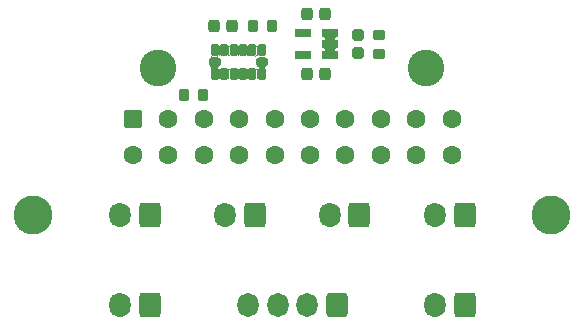
<source format=gbr>
G04 #@! TF.GenerationSoftware,KiCad,Pcbnew,(6.0.1)*
G04 #@! TF.CreationDate,2022-01-25T19:41:42+01:00*
G04 #@! TF.ProjectId,Toolhead_PCB,546f6f6c-6865-4616-945f-5043422e6b69,rev?*
G04 #@! TF.SameCoordinates,Original*
G04 #@! TF.FileFunction,Soldermask,Bot*
G04 #@! TF.FilePolarity,Negative*
%FSLAX46Y46*%
G04 Gerber Fmt 4.6, Leading zero omitted, Abs format (unit mm)*
G04 Created by KiCad (PCBNEW (6.0.1)) date 2022-01-25 19:41:42*
%MOMM*%
%LPD*%
G01*
G04 APERTURE LIST*
G04 Aperture macros list*
%AMRoundRect*
0 Rectangle with rounded corners*
0 $1 Rounding radius*
0 $2 $3 $4 $5 $6 $7 $8 $9 X,Y pos of 4 corners*
0 Add a 4 corners polygon primitive as box body*
4,1,4,$2,$3,$4,$5,$6,$7,$8,$9,$2,$3,0*
0 Add four circle primitives for the rounded corners*
1,1,$1+$1,$2,$3*
1,1,$1+$1,$4,$5*
1,1,$1+$1,$6,$7*
1,1,$1+$1,$8,$9*
0 Add four rect primitives between the rounded corners*
20,1,$1+$1,$2,$3,$4,$5,0*
20,1,$1+$1,$4,$5,$6,$7,0*
20,1,$1+$1,$6,$7,$8,$9,0*
20,1,$1+$1,$8,$9,$2,$3,0*%
G04 Aperture macros list end*
%ADD10C,3.102000*%
%ADD11RoundRect,0.301001X-0.499999X-0.499999X0.499999X-0.499999X0.499999X0.499999X-0.499999X0.499999X0*%
%ADD12C,1.602000*%
%ADD13C,3.302000*%
%ADD14RoundRect,0.301000X0.600000X0.750000X-0.600000X0.750000X-0.600000X-0.750000X0.600000X-0.750000X0*%
%ADD15O,1.802000X2.102000*%
%ADD16RoundRect,0.301000X0.600000X0.725000X-0.600000X0.725000X-0.600000X-0.725000X0.600000X-0.725000X0*%
%ADD17O,1.802000X2.052000*%
%ADD18RoundRect,0.276000X-0.225000X-0.250000X0.225000X-0.250000X0.225000X0.250000X-0.225000X0.250000X0*%
%ADD19RoundRect,0.276000X-0.250000X0.225000X-0.250000X-0.225000X0.250000X-0.225000X0.250000X0.225000X0*%
%ADD20RoundRect,0.201000X-0.150000X0.325000X-0.150000X-0.325000X0.150000X-0.325000X0.150000X0.325000X0*%
%ADD21RoundRect,0.201000X-0.325000X0.150000X-0.325000X-0.150000X0.325000X-0.150000X0.325000X0.150000X0*%
%ADD22RoundRect,0.251000X0.200000X0.275000X-0.200000X0.275000X-0.200000X-0.275000X0.200000X-0.275000X0*%
%ADD23RoundRect,0.251000X0.275000X-0.200000X0.275000X0.200000X-0.275000X0.200000X-0.275000X-0.200000X0*%
%ADD24RoundRect,0.201000X0.512500X0.150000X-0.512500X0.150000X-0.512500X-0.150000X0.512500X-0.150000X0*%
%ADD25RoundRect,0.251000X-0.200000X-0.275000X0.200000X-0.275000X0.200000X0.275000X-0.200000X0.275000X0*%
G04 APERTURE END LIST*
D10*
X88660000Y-87552000D03*
X111360000Y-87552000D03*
D11*
X86500000Y-91872000D03*
D12*
X89500000Y-91872000D03*
X92500000Y-91872000D03*
X95500000Y-91872000D03*
X98500000Y-91872000D03*
X101500000Y-91872000D03*
X104500000Y-91872000D03*
X107500000Y-91872000D03*
X110500000Y-91872000D03*
X113500000Y-91872000D03*
X86500000Y-94872000D03*
X89500000Y-94872000D03*
X92500000Y-94872000D03*
X95500000Y-94872000D03*
X98500000Y-94872000D03*
X101500000Y-94872000D03*
X104500000Y-94872000D03*
X107500000Y-94872000D03*
X110500000Y-94872000D03*
X113500000Y-94872000D03*
D13*
X78080000Y-100000000D03*
X121920000Y-100000000D03*
D14*
X96825000Y-99966000D03*
D15*
X94325000Y-99966000D03*
D14*
X114605000Y-99966000D03*
D15*
X112105000Y-99966000D03*
D14*
X105675000Y-99966000D03*
D15*
X103175000Y-99966000D03*
D14*
X87935000Y-99966000D03*
D15*
X85435000Y-99966000D03*
D14*
X87935000Y-107586000D03*
D15*
X85435000Y-107586000D03*
D16*
X103770000Y-107586000D03*
D17*
X101270000Y-107586000D03*
X98770000Y-107586000D03*
X96270000Y-107586000D03*
D14*
X114605000Y-107586000D03*
D15*
X112105000Y-107586000D03*
D18*
X101257000Y-82982000D03*
X102807000Y-82982000D03*
X101257000Y-88062000D03*
X102807000Y-88062000D03*
D19*
X105588000Y-84747000D03*
X105588000Y-86297000D03*
D20*
X93428000Y-86046000D03*
X94228000Y-86046000D03*
X95028000Y-86046000D03*
X95828000Y-86046000D03*
X96628000Y-86046000D03*
X97428000Y-86046000D03*
D21*
X97428000Y-87046000D03*
D20*
X97428000Y-88046000D03*
X96628000Y-88046000D03*
X95828000Y-88046000D03*
X95028000Y-88046000D03*
X94228000Y-88046000D03*
X93428000Y-88046000D03*
D21*
X93428000Y-87046000D03*
D22*
X98285000Y-83998000D03*
X96635000Y-83998000D03*
D23*
X107366000Y-86347000D03*
X107366000Y-84697000D03*
D18*
X93383000Y-83998000D03*
X94933000Y-83998000D03*
D24*
X103169500Y-84572000D03*
X103169500Y-85522000D03*
X103169500Y-86472000D03*
X100894500Y-86472000D03*
X100894500Y-84572000D03*
D25*
X90793000Y-89840000D03*
X92443000Y-89840000D03*
G36*
X96965084Y-87338537D02*
G01*
X97026860Y-87379815D01*
X97103199Y-87395000D01*
X97752801Y-87395000D01*
X97809885Y-87383645D01*
X97811779Y-87384288D01*
X97812169Y-87386250D01*
X97811120Y-87387420D01*
X97786765Y-87398777D01*
X97786675Y-87399800D01*
X97785846Y-87400482D01*
X97744338Y-87418844D01*
X97706202Y-87476658D01*
X97705377Y-87545944D01*
X97736925Y-87599845D01*
X97742486Y-87605406D01*
X97742885Y-87605975D01*
X97748127Y-87617217D01*
X97747952Y-87619209D01*
X97746140Y-87620054D01*
X97744651Y-87619173D01*
X97718686Y-87580314D01*
X97654140Y-87537185D01*
X97577801Y-87522000D01*
X97278199Y-87522000D01*
X97201860Y-87537185D01*
X97137314Y-87580314D01*
X97094185Y-87644860D01*
X97079000Y-87721199D01*
X97079000Y-88370801D01*
X97094185Y-88447140D01*
X97123431Y-88490909D01*
X97123562Y-88492905D01*
X97121899Y-88494016D01*
X97120354Y-88493434D01*
X97115177Y-88488257D01*
X97054128Y-88454923D01*
X96984969Y-88459869D01*
X96940872Y-88488208D01*
X96935646Y-88493434D01*
X96933714Y-88493952D01*
X96932300Y-88492538D01*
X96932569Y-88490909D01*
X96961815Y-88447140D01*
X96977000Y-88370801D01*
X96977000Y-87721199D01*
X96961815Y-87644860D01*
X96932569Y-87601091D01*
X96932438Y-87599095D01*
X96934101Y-87597984D01*
X96935646Y-87598566D01*
X96940823Y-87603743D01*
X97001872Y-87637077D01*
X97071031Y-87632131D01*
X97115128Y-87603792D01*
X97119054Y-87599866D01*
X97152388Y-87538817D01*
X97147448Y-87469735D01*
X97105923Y-87414264D01*
X97048088Y-87390710D01*
X97038760Y-87389481D01*
X96981521Y-87398406D01*
X96979656Y-87397685D01*
X96979301Y-87397016D01*
X96962061Y-87340786D01*
X96962509Y-87338837D01*
X96964421Y-87338251D01*
X96965084Y-87338537D01*
G37*
G36*
X94535646Y-87598566D02*
G01*
X94540823Y-87603743D01*
X94601872Y-87637077D01*
X94671031Y-87632131D01*
X94715128Y-87603792D01*
X94720354Y-87598566D01*
X94722286Y-87598048D01*
X94723700Y-87599462D01*
X94723431Y-87601091D01*
X94694185Y-87644860D01*
X94679000Y-87721199D01*
X94679000Y-88370801D01*
X94694185Y-88447140D01*
X94723431Y-88490909D01*
X94723562Y-88492905D01*
X94721899Y-88494016D01*
X94720354Y-88493434D01*
X94715177Y-88488257D01*
X94654128Y-88454923D01*
X94584969Y-88459869D01*
X94540872Y-88488208D01*
X94535646Y-88493434D01*
X94533714Y-88493952D01*
X94532300Y-88492538D01*
X94532569Y-88490909D01*
X94561815Y-88447140D01*
X94577000Y-88370801D01*
X94577000Y-87721199D01*
X94561815Y-87644860D01*
X94532569Y-87601091D01*
X94532438Y-87599095D01*
X94534101Y-87597984D01*
X94535646Y-87598566D01*
G37*
G36*
X96135646Y-87598566D02*
G01*
X96140823Y-87603743D01*
X96201872Y-87637077D01*
X96271031Y-87632131D01*
X96315128Y-87603792D01*
X96320354Y-87598566D01*
X96322286Y-87598048D01*
X96323700Y-87599462D01*
X96323431Y-87601091D01*
X96294185Y-87644860D01*
X96279000Y-87721199D01*
X96279000Y-88370801D01*
X96294185Y-88447140D01*
X96323431Y-88490909D01*
X96323562Y-88492905D01*
X96321899Y-88494016D01*
X96320354Y-88493434D01*
X96315177Y-88488257D01*
X96254128Y-88454923D01*
X96184969Y-88459869D01*
X96140872Y-88488208D01*
X96135646Y-88493434D01*
X96133714Y-88493952D01*
X96132300Y-88492538D01*
X96132569Y-88490909D01*
X96161815Y-88447140D01*
X96177000Y-88370801D01*
X96177000Y-87721199D01*
X96161815Y-87644860D01*
X96132569Y-87601091D01*
X96132438Y-87599095D01*
X96134101Y-87597984D01*
X96135646Y-87598566D01*
G37*
G36*
X95335646Y-87598566D02*
G01*
X95340823Y-87603743D01*
X95401872Y-87637077D01*
X95471031Y-87632131D01*
X95515128Y-87603792D01*
X95520354Y-87598566D01*
X95522286Y-87598048D01*
X95523700Y-87599462D01*
X95523431Y-87601091D01*
X95494185Y-87644860D01*
X95479000Y-87721199D01*
X95479000Y-88370801D01*
X95494185Y-88447140D01*
X95523431Y-88490909D01*
X95523562Y-88492905D01*
X95521899Y-88494016D01*
X95520354Y-88493434D01*
X95515177Y-88488257D01*
X95454128Y-88454923D01*
X95384969Y-88459869D01*
X95340872Y-88488208D01*
X95335646Y-88493434D01*
X95333714Y-88493952D01*
X95332300Y-88492538D01*
X95332569Y-88490909D01*
X95361815Y-88447140D01*
X95377000Y-88370801D01*
X95377000Y-87721199D01*
X95361815Y-87644860D01*
X95332569Y-87601091D01*
X95332438Y-87599095D01*
X95334101Y-87597984D01*
X95335646Y-87598566D01*
G37*
G36*
X93923108Y-87298054D02*
G01*
X93923127Y-87299784D01*
X93917885Y-87311025D01*
X93917486Y-87311594D01*
X93910646Y-87318434D01*
X93910490Y-87318476D01*
X93910485Y-87318730D01*
X93877313Y-87379482D01*
X93878733Y-87399337D01*
X93877859Y-87401136D01*
X93876039Y-87401354D01*
X93842166Y-87388720D01*
X93817426Y-87389457D01*
X93807944Y-87390706D01*
X93744335Y-87418847D01*
X93706201Y-87476662D01*
X93705379Y-87545948D01*
X93736925Y-87599845D01*
X93740823Y-87603743D01*
X93801872Y-87637077D01*
X93871031Y-87632131D01*
X93915128Y-87603792D01*
X93920354Y-87598566D01*
X93920510Y-87598524D01*
X93920515Y-87598270D01*
X93953687Y-87537518D01*
X93952267Y-87517663D01*
X93953141Y-87515864D01*
X93954961Y-87515646D01*
X93988834Y-87528280D01*
X94013569Y-87527544D01*
X94061688Y-87521210D01*
X94063536Y-87521976D01*
X94063797Y-87523958D01*
X94062339Y-87525155D01*
X94001860Y-87537185D01*
X93937314Y-87580314D01*
X93923933Y-87600339D01*
X93923522Y-87600542D01*
X93923431Y-87601091D01*
X93894185Y-87644860D01*
X93879000Y-87721199D01*
X93879000Y-88370801D01*
X93894185Y-88447140D01*
X93923431Y-88490909D01*
X93923562Y-88492905D01*
X93921899Y-88494016D01*
X93920354Y-88493434D01*
X93915177Y-88488257D01*
X93854128Y-88454923D01*
X93784969Y-88459869D01*
X93740872Y-88488208D01*
X93735646Y-88493434D01*
X93733714Y-88493952D01*
X93732300Y-88492538D01*
X93732569Y-88490909D01*
X93761815Y-88447140D01*
X93777000Y-88370801D01*
X93777000Y-87721199D01*
X93761815Y-87644860D01*
X93718686Y-87580314D01*
X93654140Y-87537185D01*
X93577801Y-87522000D01*
X93278199Y-87522000D01*
X93201860Y-87537185D01*
X93137314Y-87580314D01*
X93111349Y-87619172D01*
X93109555Y-87620057D01*
X93107892Y-87618946D01*
X93107873Y-87617216D01*
X93113115Y-87605975D01*
X93113514Y-87605406D01*
X93119054Y-87599866D01*
X93152388Y-87538817D01*
X93147448Y-87469735D01*
X93105923Y-87414264D01*
X93070517Y-87399845D01*
X93069944Y-87399108D01*
X93044880Y-87387420D01*
X93043733Y-87385781D01*
X93044578Y-87383969D01*
X93046115Y-87383645D01*
X93103199Y-87395000D01*
X93752801Y-87395000D01*
X93829140Y-87379815D01*
X93893686Y-87336686D01*
X93907067Y-87316661D01*
X93907478Y-87316458D01*
X93907569Y-87315909D01*
X93919651Y-87297828D01*
X93921445Y-87296943D01*
X93923108Y-87298054D01*
G37*
G36*
X96935646Y-85598566D02*
G01*
X96940823Y-85603743D01*
X97001872Y-85637077D01*
X97071031Y-85632131D01*
X97115128Y-85603792D01*
X97120354Y-85598566D01*
X97122286Y-85598048D01*
X97123700Y-85599462D01*
X97123431Y-85601091D01*
X97094185Y-85644860D01*
X97079000Y-85721199D01*
X97079000Y-86370801D01*
X97094185Y-86447140D01*
X97137314Y-86511686D01*
X97201860Y-86554815D01*
X97278199Y-86570000D01*
X97577801Y-86570000D01*
X97654140Y-86554815D01*
X97718686Y-86511686D01*
X97744651Y-86472828D01*
X97746445Y-86471943D01*
X97748108Y-86473054D01*
X97748127Y-86474784D01*
X97742885Y-86486025D01*
X97742486Y-86486594D01*
X97736946Y-86492134D01*
X97703612Y-86553183D01*
X97708552Y-86622265D01*
X97750077Y-86677736D01*
X97785483Y-86692155D01*
X97786056Y-86692892D01*
X97811120Y-86704580D01*
X97812267Y-86706219D01*
X97811422Y-86708031D01*
X97809885Y-86708355D01*
X97752801Y-86697000D01*
X97103199Y-86697000D01*
X97026860Y-86712185D01*
X96962314Y-86755314D01*
X96948933Y-86775339D01*
X96948522Y-86775542D01*
X96948431Y-86776091D01*
X96936349Y-86794172D01*
X96934555Y-86795057D01*
X96932892Y-86793946D01*
X96932873Y-86792216D01*
X96938115Y-86780975D01*
X96938514Y-86780406D01*
X96945354Y-86773566D01*
X96945510Y-86773524D01*
X96945515Y-86773270D01*
X96978687Y-86712518D01*
X96977267Y-86692663D01*
X96978141Y-86690864D01*
X96979961Y-86690646D01*
X97013834Y-86703280D01*
X97038574Y-86702543D01*
X97048056Y-86701294D01*
X97111665Y-86673153D01*
X97149799Y-86615338D01*
X97150621Y-86546052D01*
X97119075Y-86492155D01*
X97115177Y-86488257D01*
X97054128Y-86454923D01*
X96984969Y-86459869D01*
X96940872Y-86488208D01*
X96935646Y-86493434D01*
X96935490Y-86493476D01*
X96935485Y-86493730D01*
X96902313Y-86554482D01*
X96903733Y-86574337D01*
X96902859Y-86576136D01*
X96901039Y-86576354D01*
X96867166Y-86563720D01*
X96842431Y-86564456D01*
X96794312Y-86570790D01*
X96792464Y-86570024D01*
X96792203Y-86568042D01*
X96793661Y-86566845D01*
X96854140Y-86554815D01*
X96918686Y-86511686D01*
X96932067Y-86491661D01*
X96932478Y-86491458D01*
X96932569Y-86490909D01*
X96961815Y-86447140D01*
X96977000Y-86370801D01*
X96977000Y-85721199D01*
X96961815Y-85644860D01*
X96932569Y-85601091D01*
X96932438Y-85599095D01*
X96934101Y-85597984D01*
X96935646Y-85598566D01*
G37*
G36*
X93735646Y-85598566D02*
G01*
X93740823Y-85603743D01*
X93801872Y-85637077D01*
X93871031Y-85632131D01*
X93915128Y-85603792D01*
X93920354Y-85598566D01*
X93922286Y-85598048D01*
X93923700Y-85599462D01*
X93923431Y-85601091D01*
X93894185Y-85644860D01*
X93879000Y-85721199D01*
X93879000Y-86370801D01*
X93894185Y-86447140D01*
X93923431Y-86490909D01*
X93923562Y-86492905D01*
X93921899Y-86494016D01*
X93920354Y-86493434D01*
X93915177Y-86488257D01*
X93854128Y-86454923D01*
X93784969Y-86459869D01*
X93740872Y-86488208D01*
X93736946Y-86492134D01*
X93703612Y-86553183D01*
X93708552Y-86622265D01*
X93750077Y-86677736D01*
X93807912Y-86701290D01*
X93817240Y-86702519D01*
X93874479Y-86693594D01*
X93876344Y-86694315D01*
X93876699Y-86694984D01*
X93893939Y-86751214D01*
X93893491Y-86753163D01*
X93891579Y-86753749D01*
X93890916Y-86753463D01*
X93829140Y-86712185D01*
X93752801Y-86697000D01*
X93103199Y-86697000D01*
X93046115Y-86708355D01*
X93044221Y-86707712D01*
X93043831Y-86705750D01*
X93044880Y-86704580D01*
X93069235Y-86693223D01*
X93069325Y-86692200D01*
X93070154Y-86691518D01*
X93111662Y-86673156D01*
X93149798Y-86615342D01*
X93150623Y-86546056D01*
X93119075Y-86492155D01*
X93113514Y-86486594D01*
X93113115Y-86486025D01*
X93107873Y-86474783D01*
X93108048Y-86472791D01*
X93109860Y-86471946D01*
X93111349Y-86472827D01*
X93137314Y-86511686D01*
X93201860Y-86554815D01*
X93278199Y-86570000D01*
X93577801Y-86570000D01*
X93654140Y-86554815D01*
X93718686Y-86511686D01*
X93761815Y-86447140D01*
X93777000Y-86370801D01*
X93777000Y-85721199D01*
X93761815Y-85644860D01*
X93732569Y-85601091D01*
X93732438Y-85599095D01*
X93734101Y-85597984D01*
X93735646Y-85598566D01*
G37*
G36*
X96135646Y-85598566D02*
G01*
X96140823Y-85603743D01*
X96201872Y-85637077D01*
X96271031Y-85632131D01*
X96315128Y-85603792D01*
X96320354Y-85598566D01*
X96322286Y-85598048D01*
X96323700Y-85599462D01*
X96323431Y-85601091D01*
X96294185Y-85644860D01*
X96279000Y-85721199D01*
X96279000Y-86370801D01*
X96294185Y-86447140D01*
X96323431Y-86490909D01*
X96323562Y-86492905D01*
X96321899Y-86494016D01*
X96320354Y-86493434D01*
X96315177Y-86488257D01*
X96254128Y-86454923D01*
X96184969Y-86459869D01*
X96140872Y-86488208D01*
X96135646Y-86493434D01*
X96133714Y-86493952D01*
X96132300Y-86492538D01*
X96132569Y-86490909D01*
X96161815Y-86447140D01*
X96177000Y-86370801D01*
X96177000Y-85721199D01*
X96161815Y-85644860D01*
X96132569Y-85601091D01*
X96132438Y-85599095D01*
X96134101Y-85597984D01*
X96135646Y-85598566D01*
G37*
G36*
X95335646Y-85598566D02*
G01*
X95340823Y-85603743D01*
X95401872Y-85637077D01*
X95471031Y-85632131D01*
X95515128Y-85603792D01*
X95520354Y-85598566D01*
X95522286Y-85598048D01*
X95523700Y-85599462D01*
X95523431Y-85601091D01*
X95494185Y-85644860D01*
X95479000Y-85721199D01*
X95479000Y-86370801D01*
X95494185Y-86447140D01*
X95523431Y-86490909D01*
X95523562Y-86492905D01*
X95521899Y-86494016D01*
X95520354Y-86493434D01*
X95515177Y-86488257D01*
X95454128Y-86454923D01*
X95384969Y-86459869D01*
X95340872Y-86488208D01*
X95335646Y-86493434D01*
X95333714Y-86493952D01*
X95332300Y-86492538D01*
X95332569Y-86490909D01*
X95361815Y-86447140D01*
X95377000Y-86370801D01*
X95377000Y-85721199D01*
X95361815Y-85644860D01*
X95332569Y-85601091D01*
X95332438Y-85599095D01*
X95334101Y-85597984D01*
X95335646Y-85598566D01*
G37*
G36*
X94535646Y-85598566D02*
G01*
X94540823Y-85603743D01*
X94601872Y-85637077D01*
X94671031Y-85632131D01*
X94715128Y-85603792D01*
X94720354Y-85598566D01*
X94722286Y-85598048D01*
X94723700Y-85599462D01*
X94723431Y-85601091D01*
X94694185Y-85644860D01*
X94679000Y-85721199D01*
X94679000Y-86370801D01*
X94694185Y-86447140D01*
X94723431Y-86490909D01*
X94723562Y-86492905D01*
X94721899Y-86494016D01*
X94720354Y-86493434D01*
X94715177Y-86488257D01*
X94654128Y-86454923D01*
X94584969Y-86459869D01*
X94540872Y-86488208D01*
X94535646Y-86493434D01*
X94533714Y-86493952D01*
X94532300Y-86492538D01*
X94532569Y-86490909D01*
X94561815Y-86447140D01*
X94577000Y-86370801D01*
X94577000Y-85721199D01*
X94561815Y-85644860D01*
X94532569Y-85601091D01*
X94532438Y-85599095D01*
X94534101Y-85597984D01*
X94535646Y-85598566D01*
G37*
G36*
X103675527Y-85872000D02*
G01*
X103675527Y-85874000D01*
X103674056Y-85874983D01*
X103673817Y-85875015D01*
X103610204Y-85903154D01*
X103572070Y-85960965D01*
X103571244Y-86030220D01*
X103607983Y-86088914D01*
X103673825Y-86118985D01*
X103674068Y-86119017D01*
X103675655Y-86120235D01*
X103675394Y-86122218D01*
X103673807Y-86123000D01*
X102665205Y-86123000D01*
X102663473Y-86122000D01*
X102663473Y-86120000D01*
X102664944Y-86119017D01*
X102665183Y-86118985D01*
X102728796Y-86090846D01*
X102766930Y-86033035D01*
X102767756Y-85963780D01*
X102731017Y-85905086D01*
X102665175Y-85875015D01*
X102664932Y-85874983D01*
X102663345Y-85873765D01*
X102663606Y-85871782D01*
X102665193Y-85871000D01*
X103673795Y-85871000D01*
X103675527Y-85872000D01*
G37*
G36*
X103675527Y-84922000D02*
G01*
X103675527Y-84924000D01*
X103674056Y-84924983D01*
X103673817Y-84925015D01*
X103610204Y-84953154D01*
X103572070Y-85010965D01*
X103571244Y-85080220D01*
X103607983Y-85138914D01*
X103673825Y-85168985D01*
X103674068Y-85169017D01*
X103675655Y-85170235D01*
X103675394Y-85172218D01*
X103673807Y-85173000D01*
X102665205Y-85173000D01*
X102663473Y-85172000D01*
X102663473Y-85170000D01*
X102664944Y-85169017D01*
X102665183Y-85168985D01*
X102728796Y-85140846D01*
X102766930Y-85083035D01*
X102767756Y-85013780D01*
X102731017Y-84955086D01*
X102665175Y-84925015D01*
X102664932Y-84924983D01*
X102663345Y-84923765D01*
X102663606Y-84921782D01*
X102665193Y-84921000D01*
X103673795Y-84921000D01*
X103675527Y-84922000D01*
G37*
M02*

</source>
